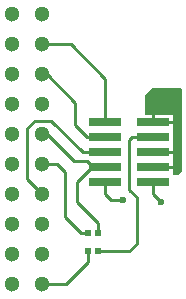
<source format=gtl>
G04 Layer_Physical_Order=1*
G04 Layer_Color=255*
%FSLAX25Y25*%
%MOIN*%
G70*
G01*
G75*
%ADD10R,0.11000X0.03000*%
%ADD11R,0.02362X0.02165*%
%ADD12C,0.01000*%
%ADD13C,0.05118*%
%ADD14C,0.02362*%
G36*
X1473177Y703147D02*
X1473177Y675677D01*
X1472000Y674500D01*
X1470000D01*
Y676500D01*
X1463500D01*
Y677500D01*
X1470000D01*
Y679500D01*
Y681500D01*
X1463500D01*
Y682500D01*
X1470000D01*
Y684500D01*
Y689500D01*
Y691500D01*
X1463500D01*
Y692000D01*
X1463000D01*
Y694500D01*
X1460677D01*
X1460677Y701177D01*
X1463000Y703500D01*
X1472823Y703500D01*
X1473177Y703147D01*
D02*
G37*
%LPC*%
G36*
X1470000Y694500D02*
X1464000D01*
Y692500D01*
X1470000D01*
Y694500D01*
D02*
G37*
%LPD*%
D10*
X1463500Y672000D02*
D03*
Y677000D02*
D03*
Y682000D02*
D03*
Y687000D02*
D03*
Y692000D02*
D03*
X1447516D02*
D03*
Y687000D02*
D03*
Y682000D02*
D03*
Y677000D02*
D03*
Y672000D02*
D03*
D11*
X1441827Y649000D02*
D03*
X1445173D02*
D03*
X1441827Y655000D02*
D03*
X1445173D02*
D03*
D12*
X1428000Y688000D02*
X1437000Y679000D01*
X1426500Y688000D02*
X1428000D01*
X1445173Y649000D02*
X1455500D01*
X1458000Y651500D01*
Y667000D01*
X1455500Y669500D02*
X1458000Y667000D01*
X1455500Y669500D02*
Y686000D01*
X1456500Y687000D01*
X1463500D01*
X1449500Y666000D02*
X1453500D01*
X1447516Y667984D02*
X1449500Y666000D01*
X1447516Y667984D02*
Y672000D01*
X1452000D01*
X1443500Y677000D02*
X1447516D01*
X1443000D02*
X1443500D01*
X1445173Y655000D02*
Y658327D01*
X1438000Y665500D02*
X1445173Y658327D01*
X1438000Y665500D02*
Y672000D01*
X1443000Y677000D01*
X1437000Y679000D02*
X1441500D01*
X1443500Y677000D01*
X1428000Y708000D02*
X1437500Y698500D01*
Y691000D02*
Y698500D01*
Y691000D02*
X1441500Y687000D01*
X1447516D01*
X1436000Y718000D02*
X1447516Y706484D01*
X1426500Y718000D02*
X1436000D01*
X1447516Y692000D02*
Y706484D01*
X1441827Y645327D02*
Y649000D01*
X1434500Y638000D02*
X1441827Y645327D01*
X1426500Y638000D02*
X1434500D01*
X1426500Y678000D02*
X1431500D01*
X1434000Y675500D01*
Y660500D02*
Y675500D01*
Y660500D02*
X1439500Y655000D01*
X1441827D01*
X1463500Y668000D02*
X1466000Y665500D01*
X1463500Y668000D02*
Y672000D01*
X1440000Y682000D02*
X1447516D01*
X1429500Y692500D02*
X1440000Y682000D01*
X1424000Y692500D02*
X1429500D01*
X1421500Y690000D02*
X1424000Y692500D01*
X1421500Y673000D02*
Y690000D01*
Y673000D02*
X1426500Y668000D01*
Y708000D02*
X1428000D01*
D13*
X1426500Y638000D02*
D03*
Y648000D02*
D03*
Y658000D02*
D03*
Y668000D02*
D03*
Y678000D02*
D03*
Y688000D02*
D03*
Y698000D02*
D03*
Y708000D02*
D03*
Y718000D02*
D03*
Y728000D02*
D03*
X1416500Y638000D02*
D03*
Y728000D02*
D03*
Y718000D02*
D03*
Y708000D02*
D03*
Y698000D02*
D03*
Y688000D02*
D03*
Y678000D02*
D03*
Y668000D02*
D03*
Y658000D02*
D03*
Y648000D02*
D03*
D14*
X1453500Y666000D02*
D03*
X1471500Y679500D02*
D03*
Y684625D02*
D03*
Y689750D02*
D03*
Y694875D02*
D03*
Y700000D02*
D03*
X1466000Y665500D02*
D03*
M02*

</source>
